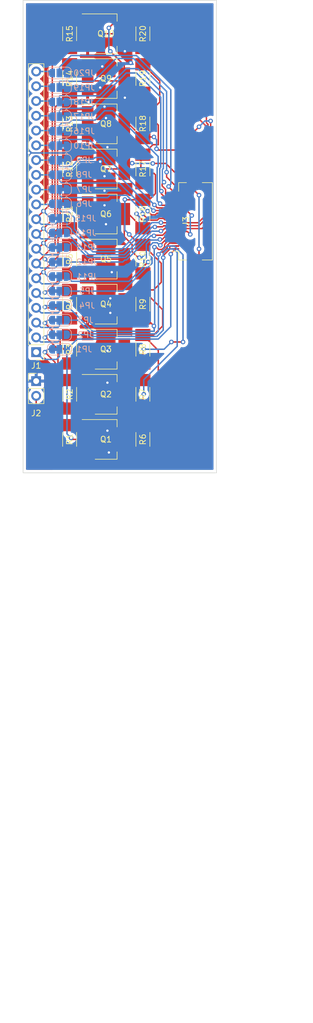
<source format=kicad_pcb>
(kicad_pcb (version 20211014) (generator pcbnew)

  (general
    (thickness 1.6)
  )

  (paper "A4")
  (layers
    (0 "F.Cu" signal)
    (31 "B.Cu" signal)
    (32 "B.Adhes" user "B.Adhesive")
    (33 "F.Adhes" user "F.Adhesive")
    (34 "B.Paste" user)
    (35 "F.Paste" user)
    (36 "B.SilkS" user "B.Silkscreen")
    (37 "F.SilkS" user "F.Silkscreen")
    (38 "B.Mask" user)
    (39 "F.Mask" user)
    (40 "Dwgs.User" user "User.Drawings")
    (41 "Cmts.User" user "User.Comments")
    (42 "Eco1.User" user "User.Eco1")
    (43 "Eco2.User" user "User.Eco2")
    (44 "Edge.Cuts" user)
    (45 "Margin" user)
    (46 "B.CrtYd" user "B.Courtyard")
    (47 "F.CrtYd" user "F.Courtyard")
    (48 "B.Fab" user)
    (49 "F.Fab" user)
    (50 "User.1" user)
    (51 "User.2" user)
    (52 "User.3" user)
    (53 "User.4" user)
    (54 "User.5" user)
    (55 "User.6" user)
    (56 "User.7" user)
    (57 "User.8" user)
    (58 "User.9" user)
  )

  (setup
    (pad_to_mask_clearance 0)
    (pcbplotparams
      (layerselection 0x00010fc_ffffffff)
      (disableapertmacros false)
      (usegerberextensions false)
      (usegerberattributes true)
      (usegerberadvancedattributes true)
      (creategerberjobfile true)
      (svguseinch false)
      (svgprecision 6)
      (excludeedgelayer true)
      (plotframeref false)
      (viasonmask false)
      (mode 1)
      (useauxorigin false)
      (hpglpennumber 1)
      (hpglpenspeed 20)
      (hpglpendiameter 15.000000)
      (dxfpolygonmode true)
      (dxfimperialunits true)
      (dxfusepcbnewfont true)
      (psnegative false)
      (psa4output false)
      (plotreference true)
      (plotvalue true)
      (plotinvisibletext false)
      (sketchpadsonfab false)
      (subtractmaskfromsilk false)
      (outputformat 1)
      (mirror false)
      (drillshape 1)
      (scaleselection 1)
      (outputdirectory "")
    )
  )

  (net 0 "")
  (net 1 "/g1")
  (net 2 "/g2")
  (net 3 "/g3")
  (net 4 "/g4")
  (net 5 "/g5")
  (net 6 "/g6")
  (net 7 "/g7")
  (net 8 "/g8")
  (net 9 "/g9")
  (net 10 "/g10")
  (net 11 "/g11")
  (net 12 "/g12")
  (net 13 "/g13")
  (net 14 "/g14")
  (net 15 "/g15")
  (net 16 "/g16")
  (net 17 "/g17")
  (net 18 "/g18")
  (net 19 "/g19")
  (net 20 "/g20")
  (net 21 "GND")
  (net 22 "VDD")
  (net 23 "/p1")
  (net 24 "/p2")
  (net 25 "/p3")
  (net 26 "/p4")
  (net 27 "/p5")
  (net 28 "/p6")
  (net 29 "/p7")
  (net 30 "/p8")
  (net 31 "/p9")
  (net 32 "/p10")
  (net 33 "unconnected-(J3-PadMP)")
  (net 34 "Net-(R1-Pad2)")
  (net 35 "Net-(Q2-Pad1)")
  (net 36 "Net-(Q3-Pad1)")
  (net 37 "Net-(Q4-Pad1)")
  (net 38 "Net-(Q5-Pad1)")
  (net 39 "Net-(Q6-Pad1)")
  (net 40 "Net-(Q7-Pad1)")
  (net 41 "Net-(Q8-Pad1)")
  (net 42 "Net-(Q9-Pad1)")
  (net 43 "Net-(Q10-Pad1)")
  (net 44 "/n1")
  (net 45 "/n2")
  (net 46 "/n3")
  (net 47 "/n4")
  (net 48 "/n5")
  (net 49 "/n6")
  (net 50 "/n7")
  (net 51 "/n8")
  (net 52 "/n9")
  (net 53 "/n10")

  (footprint "Resistor_SMD:R_MELF_MMB-0207" (layer "F.Cu") (at 137.35 79.95 90))

  (footprint "Resistor_SMD:R_MELF_MMB-0207" (layer "F.Cu") (at 137.35 72.25 90))

  (footprint "Connector_PinHeader_2.54mm:PinHeader_1x02_P2.54mm_Vertical" (layer "F.Cu") (at 119 131.975))

  (footprint "Resistor_SMD:R_MELF_MMB-0207" (layer "F.Cu") (at 124.75 103.25 90))

  (footprint "Resistor_SMD:R_MELF_MMB-0207" (layer "F.Cu") (at 137.35 126.5 90))

  (footprint "Package_TO_SOT_SMD:SOT-223-3_TabPin2" (layer "F.Cu") (at 131 72.25))

  (footprint "Package_TO_SOT_SMD:SOT-223-3_TabPin2" (layer "F.Cu") (at 131 79.95))

  (footprint "Resistor_SMD:R_MELF_MMB-0207" (layer "F.Cu") (at 124.75 126.5 90))

  (footprint "Resistor_SMD:R_MELF_MMB-0207" (layer "F.Cu") (at 137.35 142 90))

  (footprint "Resistor_SMD:R_MELF_MMB-0207" (layer "F.Cu") (at 124.75 118.75 90))

  (footprint "Resistor_SMD:R_MELF_MMB-0207" (layer "F.Cu") (at 137.35 95.5 90))

  (footprint "Package_TO_SOT_SMD:SOT-223-3_TabPin2" (layer "F.Cu") (at 131 126.5))

  (footprint "Package_TO_SOT_SMD:SOT-223-3_TabPin2" (layer "F.Cu") (at 131 142))

  (footprint "Package_TO_SOT_SMD:SOT-223-3_TabPin2" (layer "F.Cu") (at 131 103.25))

  (footprint "Package_TO_SOT_SMD:SOT-223-3_TabPin2" (layer "F.Cu") (at 131 95.5))

  (footprint "Resistor_SMD:R_MELF_MMB-0207" (layer "F.Cu") (at 124.75 111 90))

  (footprint "Resistor_SMD:R_MELF_MMB-0207" (layer "F.Cu") (at 137.35 118.75 90))

  (footprint "Resistor_SMD:R_MELF_MMB-0207" (layer "F.Cu") (at 137.35 134.25 90))

  (footprint "Resistor_SMD:R_MELF_MMB-0207" (layer "F.Cu") (at 124.75 134.25 90))

  (footprint "Connector_FFC-FPC:Hirose_FH12-20S-0.5SH_1x20-1MP_P0.50mm_Horizontal" (layer "F.Cu") (at 144.8 104.5 90))

  (footprint "Resistor_SMD:R_MELF_MMB-0207" (layer "F.Cu") (at 137.35 87.75 90))

  (footprint "Resistor_SMD:R_MELF_MMB-0207" (layer "F.Cu") (at 124.75 79.95 90))

  (footprint "Resistor_SMD:R_MELF_MMB-0207" (layer "F.Cu") (at 124.75 87.75 90))

  (footprint "Resistor_SMD:R_MELF_MMB-0207" (layer "F.Cu") (at 137.35 111 90))

  (footprint "Package_TO_SOT_SMD:SOT-223-3_TabPin2" (layer "F.Cu") (at 131 134.25))

  (footprint "Package_TO_SOT_SMD:SOT-223-3_TabPin2" (layer "F.Cu") (at 131 87.75))

  (footprint "Resistor_SMD:R_MELF_MMB-0207" (layer "F.Cu") (at 137.35 103.25 90))

  (footprint "Resistor_SMD:R_MELF_MMB-0207" (layer "F.Cu") (at 124.75 72.25 90))

  (footprint "Resistor_SMD:R_MELF_MMB-0207" (layer "F.Cu") (at 124.75 95.5 90))

  (footprint "Resistor_SMD:R_MELF_MMB-0207" (layer "F.Cu") (at 124.75 142 90))

  (footprint "Connector_PinHeader_2.54mm:PinHeader_1x20_P2.54mm_Vertical" (layer "F.Cu") (at 119 127 180))

  (footprint "Package_TO_SOT_SMD:SOT-223-3_TabPin2" (layer "F.Cu") (at 131 111))

  (footprint "Package_TO_SOT_SMD:SOT-223-3_TabPin2" (layer "F.Cu") (at 131 118.75))

  (footprint "Jumper:SolderJumper-3_P1.3mm_Bridged12_RoundedPad1.0x1.5mm" (layer "B.Cu") (at 123 94 180))

  (footprint "Jumper:SolderJumper-3_P1.3mm_Bridged12_RoundedPad1.0x1.5mm" (layer "B.Cu") (at 123 121.5))

  (footprint "Jumper:SolderJumper-3_P1.3mm_Bridged12_RoundedPad1.0x1.5mm" (layer "B.Cu") (at 123 106.5))

  (footprint "Jumper:SolderJumper-3_P1.3mm_Bridged12_RoundedPad1.0x1.5mm" (layer "B.Cu") (at 123 91.5 180))

  (footprint "Jumper:SolderJumper-3_P1.3mm_Bridged12_RoundedPad1.0x1.5mm" (layer "B.Cu") (at 123 109))

  (footprint "Jumper:SolderJumper-3_P1.3mm_Bridged12_RoundedPad1.0x1.5mm" (layer "B.Cu") (at 123 81.5 180))

  (footprint "Jumper:SolderJumper-3_P1.3mm_Bridged12_RoundedPad1.0x1.5mm" (layer "B.Cu") (at 123 101.5 180))

  (footprint "Jumper:SolderJumper-3_P1.3mm_Bridged12_RoundedPad1.0x1.5mm" (layer "B.Cu") (at 123 111.5))

  (footprint "Jumper:SolderJumper-3_P1.3mm_Bridged12_RoundedPad1.0x1.5mm" (layer "B.Cu") (at 123 89 180))

  (footprint "Jumper:SolderJumper-3_P1.3mm_Bridged12_RoundedPad1.0x1.5mm" (layer "B.Cu") (at 123 86.5 180))

  (footprint "Jumper:SolderJumper-3_P1.3mm_Bridged12_RoundedPad1.0x1.5mm" (layer "B.Cu") (at 123 126.5))

  (footprint "Jumper:SolderJumper-3_P1.3mm_Bridged12_RoundedPad1.0x1.5mm" (layer "B.Cu") (at 123 119))

  (footprint "Jumper:SolderJumper-3_P1.3mm_Bridged12_RoundedPad1.0x1.5mm" (layer "B.Cu") (at 123 114))

  (footprint "Jumper:SolderJumper-3_P1.3mm_Bridged12_RoundedPad1.0x1.5mm" (layer "B.Cu") (at 123 79 180))

  (footprint "Jumper:SolderJumper-3_P1.3mm_Bridged12_RoundedPad1.0x1.5mm" (layer "B.Cu") (at 123 116.5))

  (footprint "Jumper:SolderJumper-3_P1.3mm_Bridged12_RoundedPad1.0x1.5mm" (layer "B.Cu") (at 123 84 180))

  (footprint "Jumper:SolderJumper-3_P1.3mm_Bridged12_RoundedPad1.0x1.5mm" (layer "B.Cu") (at 123 99 180))

  (footprint "Jumper:SolderJumper-3_P1.3mm_Bridged12_RoundedPad1.0x1.5mm" (layer "B.Cu") (at 123 104))

  (footprint "Jumper:SolderJumper-3_P1.3mm_Bridged12_RoundedPad1.0x1.5mm" (layer "B.Cu") (at 123 96.5 180))

  (footprint "Jumper:SolderJumper-3_P1.3mm_Bridged12_RoundedPad1.0x1.5mm" (layer "B.Cu")
    (tedit 5C745321) (tstamp eb61bc10-73e7-4953-abc7-982984f87d11)
    (at 123 124)
    (descr "SMD Solder 3-pad Jumper, 1x1.5mm rounded Pads, 0.3mm gap, pads 1-2 bridged with 1 copper strip")
    (tags "net tie solder jumper bridged")
    (property "Sheetfile" "Fichier: electrode_switching.kicad_sch")
    (property "Sheetname" "")
    (path "/e98cc9f1-8046-4050-bbff-5e800610b220")
    (attr exclude_from_pos_files)
    (fp_text reference "JP2" (at 4.5 0) (layer "B.SilkS")
      (effects (font (size 1 1) (thickness 0.15)) (justify mirror))
      (tstamp a39a2a8c-5c01-4dc9-b30f-bf8983e96dbb)
    )
    (fp_text value "SolderJumper_3
... [326813 chars truncated]
</source>
